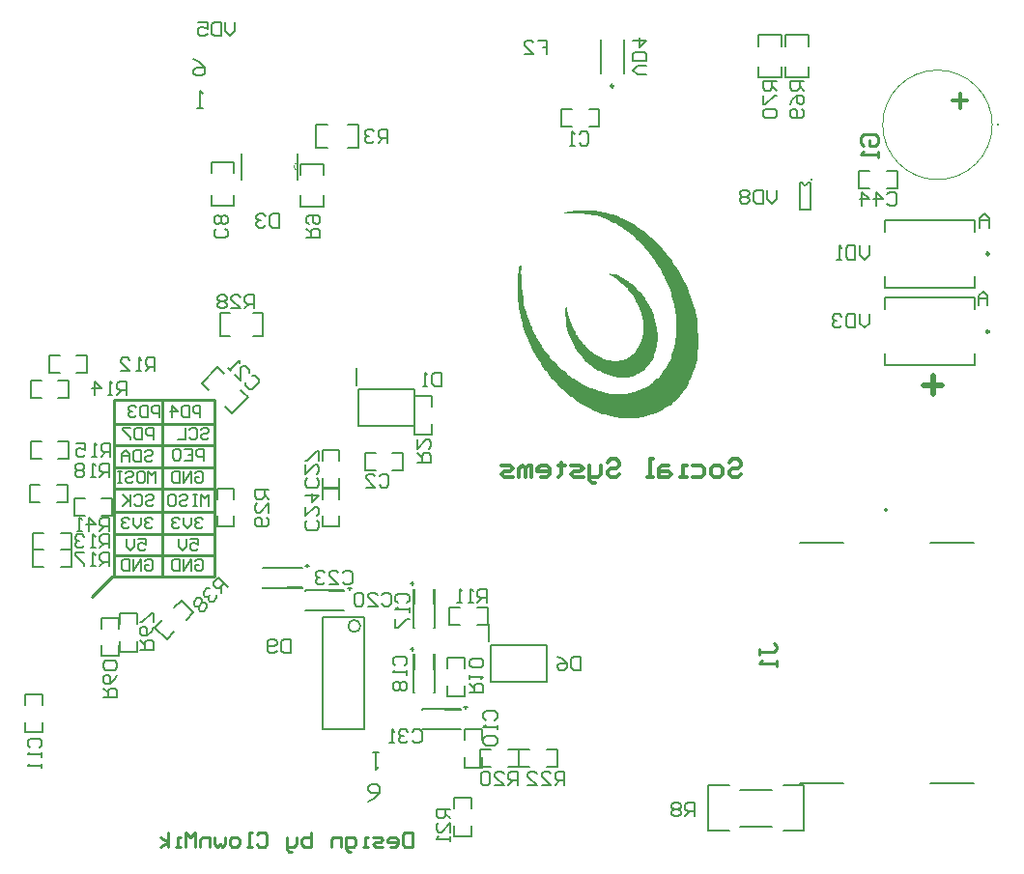
<source format=gbo>
G04 Layer_Color=32896*
%FSLAX42Y42*%
%MOMM*%
G71*
G01*
G75*
%ADD50C,0.30*%
%ADD51C,0.25*%
%ADD52C,0.50*%
%ADD90C,0.25*%
%ADD91C,0.20*%
%ADD93C,0.15*%
%ADD94C,0.15*%
%ADD95C,0.10*%
%ADD96C,0.15*%
%ADD97C,0.13*%
%ADD166C,0.00*%
%ADD167C,0.24*%
%ADD168C,0.20*%
%ADD169C,0.08*%
D50*
X8210Y6880D02*
X8343D01*
X8277Y6947D02*
Y6813D01*
X6253Y3713D02*
X6280Y3740D01*
X6333D01*
X6360Y3713D01*
Y3687D01*
X6333Y3660D01*
X6280D01*
X6253Y3633D01*
Y3607D01*
X6280Y3580D01*
X6333D01*
X6360Y3607D01*
X6173Y3580D02*
X6120D01*
X6093Y3607D01*
Y3660D01*
X6120Y3687D01*
X6173D01*
X6200Y3660D01*
Y3607D01*
X6173Y3580D01*
X5933Y3687D02*
X6013D01*
X6040Y3660D01*
Y3607D01*
X6013Y3580D01*
X5933D01*
X5880D02*
X5827D01*
X5853D01*
Y3687D01*
X5880D01*
X5720D02*
X5667D01*
X5640Y3660D01*
Y3580D01*
X5720D01*
X5747Y3607D01*
X5720Y3633D01*
X5640D01*
X5587Y3580D02*
X5534D01*
X5560D01*
Y3740D01*
X5587D01*
X5187Y3713D02*
X5214Y3740D01*
X5267D01*
X5294Y3713D01*
Y3687D01*
X5267Y3660D01*
X5214D01*
X5187Y3633D01*
Y3607D01*
X5214Y3580D01*
X5267D01*
X5294Y3607D01*
X5134Y3687D02*
Y3607D01*
X5107Y3580D01*
X5027D01*
Y3553D01*
X5054Y3527D01*
X5080D01*
X5027Y3580D02*
Y3687D01*
X4974Y3580D02*
X4894D01*
X4867Y3607D01*
X4894Y3633D01*
X4947D01*
X4974Y3660D01*
X4947Y3687D01*
X4867D01*
X4787Y3713D02*
Y3687D01*
X4814D01*
X4761D01*
X4787D01*
Y3607D01*
X4761Y3580D01*
X4601D02*
X4654D01*
X4681Y3607D01*
Y3660D01*
X4654Y3687D01*
X4601D01*
X4574Y3660D01*
Y3633D01*
X4681D01*
X4521Y3580D02*
Y3687D01*
X4494D01*
X4467Y3660D01*
Y3580D01*
Y3660D01*
X4441Y3687D01*
X4414Y3660D01*
Y3580D01*
X4361D02*
X4281D01*
X4254Y3607D01*
X4281Y3633D01*
X4334D01*
X4361Y3660D01*
X4334Y3687D01*
X4254D01*
D51*
X8532Y5538D02*
G03*
X8532Y5538I-12J0D01*
G01*
Y4858D02*
G03*
X8532Y4858I-12J0D01*
G01*
X3480Y470D02*
Y340D01*
X3415D01*
X3393Y362D01*
Y448D01*
X3415Y470D01*
X3480D01*
X3285Y340D02*
X3328D01*
X3350Y362D01*
Y405D01*
X3328Y427D01*
X3285D01*
X3263Y405D01*
Y383D01*
X3350D01*
X3220Y340D02*
X3155D01*
X3133Y362D01*
X3155Y383D01*
X3198D01*
X3220Y405D01*
X3198Y427D01*
X3133D01*
X3090Y340D02*
X3047D01*
X3068D01*
Y427D01*
X3090D01*
X2939Y297D02*
X2917D01*
X2895Y318D01*
Y427D01*
X2960D01*
X2982Y405D01*
Y362D01*
X2960Y340D01*
X2895D01*
X2852D02*
Y427D01*
X2787D01*
X2765Y405D01*
Y340D01*
X2592Y470D02*
Y340D01*
X2527D01*
X2505Y362D01*
Y383D01*
Y405D01*
X2527Y427D01*
X2592D01*
X2462D02*
Y362D01*
X2440Y340D01*
X2375D01*
Y318D01*
X2397Y297D01*
X2419D01*
X2375Y340D02*
Y427D01*
X2115Y448D02*
X2137Y470D01*
X2180D01*
X2202Y448D01*
Y362D01*
X2180Y340D01*
X2137D01*
X2115Y362D01*
X2072Y340D02*
X2029D01*
X2050D01*
Y470D01*
X2072D01*
X1942Y340D02*
X1899D01*
X1877Y362D01*
Y405D01*
X1899Y427D01*
X1942D01*
X1964Y405D01*
Y362D01*
X1942Y340D01*
X1834Y427D02*
Y362D01*
X1812Y340D01*
X1791Y362D01*
X1769Y340D01*
X1747Y362D01*
Y427D01*
X1704Y340D02*
Y427D01*
X1639D01*
X1617Y405D01*
Y340D01*
X1574D02*
Y470D01*
X1531Y427D01*
X1487Y470D01*
Y340D01*
X1444D02*
X1401D01*
X1422D01*
Y427D01*
X1444D01*
X1336Y340D02*
Y470D01*
Y383D02*
X1271Y427D01*
X1336Y383D02*
X1271Y340D01*
D52*
X7960Y4390D02*
X8120D01*
X8040Y4470D02*
Y4310D01*
D90*
X1000Y4260D02*
X1740D01*
Y2710D02*
Y4260D01*
X860Y2710D02*
X1740D01*
X860D02*
Y4260D01*
X1000D01*
X1290Y2720D02*
Y4240D01*
X860Y2900D02*
X1740D01*
X860Y3080D02*
X1740D01*
X870Y3280D02*
X1740D01*
X860Y3480D02*
X1740D01*
X860Y3670D02*
X1740D01*
X860Y3860D02*
X1740D01*
X860Y4050D02*
X1740D01*
X850Y2710D02*
X860D01*
X670Y2530D02*
X850Y2710D01*
X7433Y6488D02*
X7408Y6514D01*
Y6565D01*
X7433Y6590D01*
X7535D01*
X7560Y6565D01*
Y6514D01*
X7535Y6488D01*
X7484D01*
Y6539D01*
X7560Y6438D02*
Y6387D01*
Y6412D01*
X7408D01*
X7433Y6438D01*
X6518Y2027D02*
Y2078D01*
Y2052D01*
X6645D01*
X6670Y2078D01*
Y2103D01*
X6645Y2128D01*
X6670Y1976D02*
Y1925D01*
Y1951D01*
X6518D01*
X6543Y1976D01*
D91*
X6900Y6160D02*
G03*
X6940Y6160I20J0D01*
G01*
X7644Y3294D02*
G03*
X7644Y3294I-14J0D01*
G01*
X4152Y2145D02*
Y2298D01*
X4165Y2110D02*
X4655D01*
Y1790D02*
Y2110D01*
X4165Y1790D02*
X4655D01*
X4165D02*
Y2110D01*
X6350Y840D02*
X6630D01*
X6350Y520D02*
X6630D01*
X6907Y480D02*
Y880D01*
X6728Y480D02*
X6907D01*
X6728Y880D02*
X6907D01*
X6072Y480D02*
X6253D01*
X6072Y880D02*
X6253D01*
X6072Y480D02*
Y880D01*
X8405Y5733D02*
Y5833D01*
X7615D02*
X8405D01*
X7615Y5733D02*
Y5833D01*
X8405Y5242D02*
Y5342D01*
X7615Y5242D02*
X8405D01*
X7615D02*
Y5342D01*
X8405Y5053D02*
Y5153D01*
X7615D02*
X8405D01*
X7615Y5053D02*
Y5153D01*
X8405Y4562D02*
Y4662D01*
X7615Y4562D02*
X8405D01*
X7615D02*
Y4662D01*
X2540Y2590D02*
X2880D01*
X2540Y2410D02*
X2880D01*
X2540Y2585D02*
Y2590D01*
X2750Y2585D02*
X2880D01*
X2540Y2410D02*
Y2415D01*
X2750D02*
X2880D01*
X2927Y2592D02*
Y2617D01*
X2910Y2605D02*
X2945D01*
X6875Y5930D02*
Y6160D01*
Y5930D02*
X6965D01*
Y6160D01*
X6875D02*
X6900D01*
X6940D02*
X6965D01*
X2540Y2805D02*
X2575D01*
X2558Y2792D02*
Y2817D01*
X2380Y2615D02*
X2510D01*
X2170Y2610D02*
Y2615D01*
X2380Y2785D02*
X2510D01*
X2170D02*
Y2790D01*
Y2610D02*
X2510D01*
X2170Y2790D02*
X2510D01*
X3475Y2630D02*
Y2665D01*
X3463Y2648D02*
X3488D01*
X3665Y2470D02*
Y2600D01*
Y2260D02*
X3670D01*
X3495Y2470D02*
Y2600D01*
X3490Y2260D02*
X3495D01*
X3670D02*
Y2600D01*
X3490Y2260D02*
Y2600D01*
X3475Y2060D02*
Y2095D01*
X3463Y2077D02*
X3488D01*
X3665Y1900D02*
Y2030D01*
Y1690D02*
X3670D01*
X3495Y1900D02*
Y2030D01*
X3490Y1690D02*
X3495D01*
X3670D02*
Y2030D01*
X3490Y1690D02*
Y2030D01*
X3930Y1565D02*
X3965D01*
X3947Y1552D02*
Y1577D01*
X3770Y1375D02*
X3900D01*
X3560Y1370D02*
Y1375D01*
X3770Y1545D02*
X3900D01*
X3560D02*
Y1550D01*
Y1370D02*
X3900D01*
X3560Y1550D02*
X3900D01*
X3005Y4030D02*
Y4350D01*
Y4030D02*
X3495D01*
Y4350D01*
X3005D02*
X3495D01*
X2992Y4385D02*
Y4538D01*
X7640Y6060D02*
X7660Y6080D01*
X7700D01*
X7720Y6060D01*
Y5980D01*
X7700Y5960D01*
X7660D01*
X7640Y5980D01*
X7540Y5960D02*
Y6080D01*
X7600Y6020D01*
X7520D01*
X7420Y5960D02*
Y6080D01*
X7480Y6020D01*
X7400D01*
X1860Y2620D02*
X1775Y2705D01*
X1733Y2662D01*
X1733Y2634D01*
X1761Y2606D01*
X1789D01*
X1832Y2648D01*
X1803Y2620D02*
X1803Y2563D01*
X1704Y2606D02*
X1676Y2606D01*
X1648Y2578D01*
X1648Y2549D01*
X1662Y2535D01*
X1690D01*
X1704Y2549D01*
X1690Y2535D01*
Y2507D01*
X1704Y2493D01*
X1733D01*
X1761Y2521D01*
Y2549D01*
X1620Y2521D02*
X1591Y2521D01*
X1563Y2493D01*
X1563Y2464D01*
X1577Y2450D01*
X1606D01*
Y2422D01*
X1620Y2408D01*
X1648D01*
X1676Y2436D01*
Y2464D01*
X1662Y2479D01*
X1634D01*
Y2507D01*
X1620Y2521D01*
X1634Y2479D02*
X1606Y2450D01*
X770Y1650D02*
X890D01*
Y1710D01*
X870Y1730D01*
X830D01*
X810Y1710D01*
Y1650D01*
Y1690D02*
X770Y1730D01*
X890Y1850D02*
X870Y1810D01*
X830Y1770D01*
X790D01*
X770Y1790D01*
Y1830D01*
X790Y1850D01*
X810D01*
X830Y1830D01*
Y1770D01*
X870Y1890D02*
X890Y1910D01*
Y1950D01*
X870Y1970D01*
X790D01*
X770Y1950D01*
Y1910D01*
X790Y1890D01*
X870D01*
X1090Y2070D02*
X1210D01*
Y2130D01*
X1190Y2150D01*
X1150D01*
X1130Y2130D01*
Y2070D01*
Y2110D02*
X1090Y2150D01*
X1210Y2270D02*
X1190Y2230D01*
X1150Y2190D01*
X1110D01*
X1090Y2210D01*
Y2250D01*
X1110Y2270D01*
X1130D01*
X1150Y2250D01*
Y2190D01*
X1210Y2310D02*
Y2390D01*
X1190D01*
X1110Y2310D01*
X1090D01*
X970Y4300D02*
Y4420D01*
X910D01*
X890Y4400D01*
Y4360D01*
X910Y4340D01*
X970D01*
X930D02*
X890Y4300D01*
X850D02*
X810D01*
X830D01*
Y4420D01*
X850Y4400D01*
X690Y4300D02*
Y4420D01*
X750Y4360D01*
X670D01*
X820Y2800D02*
Y2920D01*
X760D01*
X740Y2900D01*
Y2860D01*
X760Y2840D01*
X820D01*
X780D02*
X740Y2800D01*
X700D02*
X660D01*
X680D01*
Y2920D01*
X700Y2900D01*
X600Y2920D02*
X520D01*
Y2900D01*
X600Y2820D01*
Y2800D01*
X820Y3580D02*
Y3700D01*
X760D01*
X740Y3680D01*
Y3640D01*
X760Y3620D01*
X820D01*
X780D02*
X740Y3580D01*
X700D02*
X660D01*
X680D01*
Y3700D01*
X700Y3680D01*
X600D02*
X580Y3700D01*
X540D01*
X520Y3680D01*
Y3660D01*
X540Y3640D01*
X520Y3620D01*
Y3600D01*
X540Y3580D01*
X580D01*
X600Y3600D01*
Y3620D01*
X580Y3640D01*
X600Y3660D01*
Y3680D01*
X580Y3640D02*
X540D01*
X1220Y4510D02*
Y4630D01*
X1160D01*
X1140Y4610D01*
Y4570D01*
X1160Y4550D01*
X1220D01*
X1180D02*
X1140Y4510D01*
X1100D02*
X1060D01*
X1080D01*
Y4630D01*
X1100Y4610D01*
X920Y4510D02*
X1000D01*
X920Y4590D01*
Y4610D01*
X940Y4630D01*
X980D01*
X1000Y4610D01*
X830Y3760D02*
Y3880D01*
X770D01*
X750Y3860D01*
Y3820D01*
X770Y3800D01*
X830D01*
X790D02*
X750Y3760D01*
X710D02*
X670D01*
X690D01*
Y3880D01*
X710Y3860D01*
X530Y3880D02*
X610D01*
Y3820D01*
X570Y3840D01*
X550D01*
X530Y3820D01*
Y3780D01*
X550Y3760D01*
X590D01*
X610Y3780D01*
X820Y2960D02*
Y3080D01*
X760D01*
X740Y3060D01*
Y3020D01*
X760Y3000D01*
X820D01*
X780D02*
X740Y2960D01*
X700D02*
X660D01*
X680D01*
Y3080D01*
X700Y3060D01*
X600D02*
X580Y3080D01*
X540D01*
X520Y3060D01*
Y3040D01*
X540Y3020D01*
X560D01*
X540D01*
X520Y3000D01*
Y2980D01*
X540Y2960D01*
X580D01*
X600Y2980D01*
X130Y1210D02*
X110Y1230D01*
Y1270D01*
X130Y1290D01*
X210D01*
X230Y1270D01*
Y1230D01*
X210Y1210D01*
X230Y1170D02*
Y1130D01*
Y1150D01*
X110D01*
X130Y1170D01*
X230Y1070D02*
Y1030D01*
Y1050D01*
X110D01*
X130Y1070D01*
X2090Y5060D02*
Y5180D01*
X2030D01*
X2010Y5160D01*
Y5120D01*
X2030Y5100D01*
X2090D01*
X2050D02*
X2010Y5060D01*
X1890D02*
X1970D01*
X1890Y5140D01*
Y5160D01*
X1910Y5180D01*
X1950D01*
X1970Y5160D01*
X1850D02*
X1830Y5180D01*
X1790D01*
X1770Y5160D01*
Y5140D01*
X1790Y5120D01*
X1770Y5100D01*
Y5080D01*
X1790Y5060D01*
X1830D01*
X1850Y5080D01*
Y5100D01*
X1830Y5120D01*
X1850Y5140D01*
Y5160D01*
X1830Y5120D02*
X1790D01*
X5950Y610D02*
Y730D01*
X5890D01*
X5870Y710D01*
Y670D01*
X5890Y650D01*
X5950D01*
X5910D02*
X5870Y610D01*
X5830Y710D02*
X5810Y730D01*
X5770D01*
X5750Y710D01*
Y690D01*
X5770Y670D01*
X5750Y650D01*
Y630D01*
X5770Y610D01*
X5810D01*
X5830Y630D01*
Y650D01*
X5810Y670D01*
X5830Y690D01*
Y710D01*
X5810Y670D02*
X5770D01*
X7480Y5610D02*
Y5530D01*
X7440Y5490D01*
X7400Y5530D01*
Y5610D01*
X7360D02*
Y5490D01*
X7300D01*
X7280Y5510D01*
Y5590D01*
X7300Y5610D01*
X7360D01*
X7240Y5490D02*
X7200D01*
X7220D01*
Y5610D01*
X7240Y5590D01*
X7480Y5010D02*
Y4930D01*
X7440Y4890D01*
X7400Y4930D01*
Y5010D01*
X7360D02*
Y4890D01*
X7300D01*
X7280Y4910D01*
Y4990D01*
X7300Y5010D01*
X7360D01*
X7240Y4990D02*
X7220Y5010D01*
X7180D01*
X7160Y4990D01*
Y4970D01*
X7180Y4950D01*
X7200D01*
X7180D01*
X7160Y4930D01*
Y4910D01*
X7180Y4890D01*
X7220D01*
X7240Y4910D01*
X1920Y7570D02*
Y7490D01*
X1880Y7450D01*
X1840Y7490D01*
Y7570D01*
X1800D02*
Y7450D01*
X1740D01*
X1720Y7470D01*
Y7550D01*
X1740Y7570D01*
X1800D01*
X1600D02*
X1680D01*
Y7510D01*
X1640Y7530D01*
X1620D01*
X1600Y7510D01*
Y7470D01*
X1620Y7450D01*
X1660D01*
X1680Y7470D01*
X6910Y7050D02*
X6790D01*
Y6990D01*
X6810Y6970D01*
X6850D01*
X6870Y6990D01*
Y7050D01*
Y7010D02*
X6910Y6970D01*
X6790Y6850D02*
X6810Y6890D01*
X6850Y6930D01*
X6890D01*
X6910Y6910D01*
Y6870D01*
X6890Y6850D01*
X6870D01*
X6850Y6870D01*
Y6930D01*
X6890Y6810D02*
X6910Y6790D01*
Y6750D01*
X6890Y6730D01*
X6810D01*
X6790Y6750D01*
Y6790D01*
X6810Y6810D01*
X6830D01*
X6850Y6790D01*
Y6730D01*
X6670Y7050D02*
X6550D01*
Y6990D01*
X6570Y6970D01*
X6610D01*
X6630Y6990D01*
Y7050D01*
Y7010D02*
X6670Y6970D01*
X6550Y6930D02*
Y6850D01*
X6570D01*
X6650Y6930D01*
X6670D01*
X6570Y6810D02*
X6550Y6790D01*
Y6750D01*
X6570Y6730D01*
X6650D01*
X6670Y6750D01*
Y6790D01*
X6650Y6810D01*
X6570D01*
X2410Y2160D02*
Y2040D01*
X2350D01*
X2330Y2060D01*
Y2140D01*
X2350Y2160D01*
X2410D01*
X2290Y2060D02*
X2270Y2040D01*
X2230D01*
X2210Y2060D01*
Y2140D01*
X2230Y2160D01*
X2270D01*
X2290Y2140D01*
Y2120D01*
X2270Y2100D01*
X2210D01*
X4940Y6590D02*
X4960Y6610D01*
X5000D01*
X5020Y6590D01*
Y6510D01*
X5000Y6490D01*
X4960D01*
X4940Y6510D01*
X4900Y6490D02*
X4860D01*
X4880D01*
Y6610D01*
X4900Y6590D01*
X2074Y4467D02*
X2102Y4467D01*
X2131Y4439D01*
X2131Y4411D01*
X2074Y4354D01*
X2046D01*
X2018Y4382D01*
Y4411D01*
X1919Y4481D02*
X1975Y4425D01*
Y4538D01*
X1989Y4552D01*
X2018Y4552D01*
X2046Y4524D01*
X2046Y4496D01*
X1890Y4510D02*
X1862Y4538D01*
X1876Y4524D01*
X1961Y4609D01*
X1961Y4580D01*
X2640Y3200D02*
X2660Y3180D01*
Y3140D01*
X2640Y3120D01*
X2560D01*
X2540Y3140D01*
Y3180D01*
X2560Y3200D01*
X2540Y3320D02*
Y3240D01*
X2620Y3320D01*
X2640D01*
X2660Y3300D01*
Y3260D01*
X2640Y3240D01*
X2540Y3420D02*
X2660D01*
X2600Y3360D01*
Y3440D01*
X2640Y3570D02*
X2660Y3550D01*
Y3510D01*
X2640Y3490D01*
X2560D01*
X2540Y3510D01*
Y3550D01*
X2560Y3570D01*
X2540Y3690D02*
Y3610D01*
X2620Y3690D01*
X2640D01*
X2660Y3670D01*
Y3630D01*
X2640Y3610D01*
X2660Y3730D02*
Y3810D01*
X2640D01*
X2560Y3730D01*
X2540D01*
X3210Y2550D02*
X3230Y2570D01*
X3270D01*
X3290Y2550D01*
Y2470D01*
X3270Y2450D01*
X3230D01*
X3210Y2470D01*
X3090Y2450D02*
X3170D01*
X3090Y2530D01*
Y2550D01*
X3110Y2570D01*
X3150D01*
X3170Y2550D01*
X3050D02*
X3030Y2570D01*
X2990D01*
X2970Y2550D01*
Y2470D01*
X2990Y2450D01*
X3030D01*
X3050Y2470D01*
Y2550D01*
X2870Y2740D02*
X2890Y2760D01*
X2930D01*
X2950Y2740D01*
Y2660D01*
X2930Y2640D01*
X2890D01*
X2870Y2660D01*
X2750Y2640D02*
X2830D01*
X2750Y2720D01*
Y2740D01*
X2770Y2760D01*
X2810D01*
X2830Y2740D01*
X2710D02*
X2690Y2760D01*
X2650D01*
X2630Y2740D01*
Y2720D01*
X2650Y2700D01*
X2670D01*
X2650D01*
X2630Y2680D01*
Y2660D01*
X2650Y2640D01*
X2690D01*
X2710Y2660D01*
X1840Y5760D02*
X1860Y5740D01*
Y5700D01*
X1840Y5680D01*
X1760D01*
X1740Y5700D01*
Y5740D01*
X1760Y5760D01*
X1840Y5800D02*
X1860Y5820D01*
Y5860D01*
X1840Y5880D01*
X1820D01*
X1800Y5860D01*
X1780Y5880D01*
X1760D01*
X1740Y5860D01*
Y5820D01*
X1760Y5800D01*
X1780D01*
X1800Y5820D01*
X1820Y5800D01*
X1840D01*
X1800Y5820D02*
Y5860D01*
X2310Y5890D02*
Y5770D01*
X2250D01*
X2230Y5790D01*
Y5870D01*
X2250Y5890D01*
X2310D01*
X2190Y5870D02*
X2170Y5890D01*
X2130D01*
X2110Y5870D01*
Y5850D01*
X2130Y5830D01*
X2150D01*
X2130D01*
X2110Y5810D01*
Y5790D01*
X2130Y5770D01*
X2170D01*
X2190Y5790D01*
X2220Y3470D02*
X2100D01*
Y3410D01*
X2120Y3390D01*
X2160D01*
X2180Y3410D01*
Y3470D01*
Y3430D02*
X2220Y3390D01*
Y3270D02*
Y3350D01*
X2140Y3270D01*
X2120D01*
X2100Y3290D01*
Y3330D01*
X2120Y3350D01*
X2200Y3230D02*
X2220Y3210D01*
Y3170D01*
X2200Y3150D01*
X2120D01*
X2100Y3170D01*
Y3210D01*
X2120Y3230D01*
X2140D01*
X2160Y3210D01*
Y3150D01*
X3260Y6510D02*
Y6630D01*
X3200D01*
X3180Y6610D01*
Y6570D01*
X3200Y6550D01*
X3260D01*
X3220D02*
X3180Y6510D01*
X3140Y6610D02*
X3120Y6630D01*
X3080D01*
X3060Y6610D01*
Y6590D01*
X3080Y6570D01*
X3100D01*
X3080D01*
X3060Y6550D01*
Y6530D01*
X3080Y6510D01*
X3120D01*
X3140Y6530D01*
X2550Y5680D02*
X2670D01*
Y5740D01*
X2650Y5760D01*
X2610D01*
X2590Y5740D01*
Y5680D01*
Y5720D02*
X2550Y5760D01*
X2570Y5800D02*
X2550Y5820D01*
Y5860D01*
X2570Y5880D01*
X2650D01*
X2670Y5860D01*
Y5820D01*
X2650Y5800D01*
X2630D01*
X2610Y5820D01*
Y5880D01*
X820Y3110D02*
Y3230D01*
X760D01*
X740Y3210D01*
Y3170D01*
X760Y3150D01*
X820D01*
X780D02*
X740Y3110D01*
X640D02*
Y3230D01*
X700Y3170D01*
X620D01*
X580Y3110D02*
X540D01*
X560D01*
Y3230D01*
X580Y3210D01*
X3480Y1350D02*
X3500Y1370D01*
X3540D01*
X3560Y1350D01*
Y1270D01*
X3540Y1250D01*
X3500D01*
X3480Y1270D01*
X3440Y1350D02*
X3420Y1370D01*
X3380D01*
X3360Y1350D01*
Y1330D01*
X3380Y1310D01*
X3400D01*
X3380D01*
X3360Y1290D01*
Y1270D01*
X3380Y1250D01*
X3420D01*
X3440Y1270D01*
X3320Y1250D02*
X3280D01*
X3300D01*
Y1370D01*
X3320Y1350D01*
X3330Y1930D02*
X3310Y1950D01*
Y1990D01*
X3330Y2010D01*
X3410D01*
X3430Y1990D01*
Y1950D01*
X3410Y1930D01*
X3430Y1890D02*
Y1850D01*
Y1870D01*
X3310D01*
X3330Y1890D01*
Y1790D02*
X3310Y1770D01*
Y1730D01*
X3330Y1710D01*
X3350D01*
X3370Y1730D01*
X3390Y1710D01*
X3410D01*
X3430Y1730D01*
Y1770D01*
X3410Y1790D01*
X3390D01*
X3370Y1770D01*
X3350Y1790D01*
X3330D01*
X3370Y1770D02*
Y1730D01*
X3350Y2480D02*
X3330Y2500D01*
Y2540D01*
X3350Y2560D01*
X3430D01*
X3450Y2540D01*
Y2500D01*
X3430Y2480D01*
X3450Y2440D02*
Y2400D01*
Y2420D01*
X3330D01*
X3350Y2440D01*
X3330Y2340D02*
Y2260D01*
X3350D01*
X3430Y2340D01*
X3450D01*
X6670Y6100D02*
Y6020D01*
X6630Y5980D01*
X6590Y6020D01*
Y6100D01*
X6550D02*
Y5980D01*
X6490D01*
X6470Y6000D01*
Y6080D01*
X6490Y6100D01*
X6550D01*
X6430Y6080D02*
X6410Y6100D01*
X6370D01*
X6350Y6080D01*
Y6060D01*
X6370Y6040D01*
X6350Y6020D01*
Y6000D01*
X6370Y5980D01*
X6410D01*
X6430Y6000D01*
Y6020D01*
X6410Y6040D01*
X6430Y6060D01*
Y6080D01*
X6410Y6040D02*
X6370D01*
X4120Y1450D02*
X4100Y1470D01*
Y1510D01*
X4120Y1530D01*
X4200D01*
X4220Y1510D01*
Y1470D01*
X4200Y1450D01*
X4220Y1410D02*
Y1370D01*
Y1390D01*
X4100D01*
X4120Y1410D01*
Y1310D02*
X4100Y1290D01*
Y1250D01*
X4120Y1230D01*
X4200D01*
X4220Y1250D01*
Y1290D01*
X4200Y1310D01*
X4120D01*
X4950Y2010D02*
Y1890D01*
X4890D01*
X4870Y1910D01*
Y1990D01*
X4890Y2010D01*
X4950D01*
X4750D02*
X4790Y1990D01*
X4830Y1950D01*
Y1910D01*
X4810Y1890D01*
X4770D01*
X4750Y1910D01*
Y1930D01*
X4770Y1950D01*
X4830D01*
X3980Y1690D02*
X4100D01*
Y1750D01*
X4080Y1770D01*
X4040D01*
X4020Y1750D01*
Y1690D01*
Y1730D02*
X3980Y1770D01*
Y1810D02*
Y1850D01*
Y1830D01*
X4100D01*
X4080Y1810D01*
Y1910D02*
X4100Y1930D01*
Y1970D01*
X4080Y1990D01*
X4000D01*
X3980Y1970D01*
Y1930D01*
X4000Y1910D01*
X4080D01*
X4130Y2480D02*
Y2600D01*
X4070D01*
X4050Y2580D01*
Y2540D01*
X4070Y2520D01*
X4130D01*
X4090D02*
X4050Y2480D01*
X4010D02*
X3970D01*
X3990D01*
Y2600D01*
X4010Y2580D01*
X3910Y2480D02*
X3870D01*
X3890D01*
Y2600D01*
X3910Y2580D01*
X4400Y880D02*
Y1000D01*
X4340D01*
X4320Y980D01*
Y940D01*
X4340Y920D01*
X4400D01*
X4360D02*
X4320Y880D01*
X4200D02*
X4280D01*
X4200Y960D01*
Y980D01*
X4220Y1000D01*
X4260D01*
X4280Y980D01*
X4160D02*
X4140Y1000D01*
X4100D01*
X4080Y980D01*
Y900D01*
X4100Y880D01*
X4140D01*
X4160Y900D01*
Y980D01*
X3810Y670D02*
X3690D01*
Y610D01*
X3710Y590D01*
X3750D01*
X3770Y610D01*
Y670D01*
Y630D02*
X3810Y590D01*
Y470D02*
Y550D01*
X3730Y470D01*
X3710D01*
X3690Y490D01*
Y530D01*
X3710Y550D01*
X3810Y430D02*
Y390D01*
Y410D01*
X3690D01*
X3710Y430D01*
X4810Y880D02*
Y1000D01*
X4750D01*
X4730Y980D01*
Y940D01*
X4750Y920D01*
X4810D01*
X4770D02*
X4730Y880D01*
X4610D02*
X4690D01*
X4610Y960D01*
Y980D01*
X4630Y1000D01*
X4670D01*
X4690Y980D01*
X4490Y880D02*
X4570D01*
X4490Y960D01*
Y980D01*
X4510Y1000D01*
X4550D01*
X4570Y980D01*
X4580Y7410D02*
X4660D01*
Y7350D01*
X4620D01*
X4660D01*
Y7290D01*
X4460D02*
X4540D01*
X4460Y7370D01*
Y7390D01*
X4480Y7410D01*
X4520D01*
X4540Y7390D01*
X5530Y7110D02*
X5450D01*
X5410Y7150D01*
X5450Y7190D01*
X5530D01*
Y7230D02*
X5410D01*
Y7290D01*
X5430Y7310D01*
X5510D01*
X5530Y7290D01*
Y7230D01*
X5410Y7410D02*
X5530D01*
X5470Y7350D01*
Y7430D01*
X3730Y4500D02*
Y4380D01*
X3670D01*
X3650Y4400D01*
Y4480D01*
X3670Y4500D01*
X3730D01*
X3610Y4380D02*
X3570D01*
X3590D01*
Y4500D01*
X3610Y4480D01*
X3190Y3590D02*
X3210Y3610D01*
X3250D01*
X3270Y3590D01*
Y3510D01*
X3250Y3490D01*
X3210D01*
X3190Y3510D01*
X3070Y3490D02*
X3150D01*
X3070Y3570D01*
Y3590D01*
X3090Y3610D01*
X3130D01*
X3150Y3590D01*
X3520Y3710D02*
X3640D01*
Y3770D01*
X3620Y3790D01*
X3580D01*
X3560Y3770D01*
Y3710D01*
Y3750D02*
X3520Y3790D01*
Y3910D02*
Y3830D01*
X3600Y3910D01*
X3620D01*
X3640Y3890D01*
Y3850D01*
X3620Y3830D01*
X8440Y5090D02*
Y5170D01*
X8480Y5210D01*
X8520Y5170D01*
Y5090D01*
Y5150D01*
X8440D01*
X8450Y5770D02*
Y5850D01*
X8490Y5890D01*
X8530Y5850D01*
Y5770D01*
Y5830D01*
X8450D01*
X1143Y3413D02*
X1160Y3430D01*
X1193D01*
X1210Y3413D01*
Y3397D01*
X1193Y3380D01*
X1160D01*
X1143Y3363D01*
Y3347D01*
X1160Y3330D01*
X1193D01*
X1210Y3347D01*
X1043Y3413D02*
X1060Y3430D01*
X1093D01*
X1110Y3413D01*
Y3347D01*
X1093Y3330D01*
X1060D01*
X1043Y3347D01*
X1010Y3430D02*
Y3330D01*
Y3363D01*
X943Y3430D01*
X993Y3380D01*
X943Y3330D01*
X1690D02*
Y3430D01*
X1657Y3397D01*
X1623Y3430D01*
Y3330D01*
X1590Y3430D02*
X1557D01*
X1573D01*
Y3330D01*
X1590D01*
X1557D01*
X1440Y3413D02*
X1457Y3430D01*
X1490D01*
X1507Y3413D01*
Y3397D01*
X1490Y3380D01*
X1457D01*
X1440Y3363D01*
Y3347D01*
X1457Y3330D01*
X1490D01*
X1507Y3347D01*
X1357Y3430D02*
X1390D01*
X1407Y3413D01*
Y3347D01*
X1390Y3330D01*
X1357D01*
X1340Y3347D01*
Y3413D01*
X1357Y3430D01*
X1230Y3530D02*
Y3630D01*
X1197Y3597D01*
X1163Y3630D01*
Y3530D01*
X1080Y3630D02*
X1113D01*
X1130Y3613D01*
Y3547D01*
X1113Y3530D01*
X1080D01*
X1063Y3547D01*
Y3613D01*
X1080Y3630D01*
X963Y3613D02*
X980Y3630D01*
X1013D01*
X1030Y3613D01*
Y3597D01*
X1013Y3580D01*
X980D01*
X963Y3563D01*
Y3547D01*
X980Y3530D01*
X1013D01*
X1030Y3547D01*
X930Y3630D02*
X897D01*
X913D01*
Y3530D01*
X930D01*
X897D01*
X1260Y4110D02*
Y4210D01*
X1210D01*
X1193Y4193D01*
Y4160D01*
X1210Y4143D01*
X1260D01*
X1160Y4210D02*
Y4110D01*
X1110D01*
X1093Y4127D01*
Y4193D01*
X1110Y4210D01*
X1160D01*
X1060Y4193D02*
X1043Y4210D01*
X1010D01*
X993Y4193D01*
Y4177D01*
X1010Y4160D01*
X1027D01*
X1010D01*
X993Y4143D01*
Y4127D01*
X1010Y4110D01*
X1043D01*
X1060Y4127D01*
X1620Y4110D02*
Y4210D01*
X1570D01*
X1553Y4193D01*
Y4160D01*
X1570Y4143D01*
X1620D01*
X1520Y4210D02*
Y4110D01*
X1470D01*
X1453Y4127D01*
Y4193D01*
X1470Y4210D01*
X1520D01*
X1370Y4110D02*
Y4210D01*
X1420Y4160D01*
X1353D01*
X1133Y3803D02*
X1150Y3820D01*
X1183D01*
X1200Y3803D01*
Y3787D01*
X1183Y3770D01*
X1150D01*
X1133Y3753D01*
Y3737D01*
X1150Y3720D01*
X1183D01*
X1200Y3737D01*
X1100Y3820D02*
Y3720D01*
X1050D01*
X1033Y3737D01*
Y3803D01*
X1050Y3820D01*
X1100D01*
X1000Y3720D02*
Y3787D01*
X967Y3820D01*
X933Y3787D01*
Y3720D01*
Y3770D01*
X1000D01*
X1623Y3993D02*
X1640Y4010D01*
X1673D01*
X1690Y3993D01*
Y3977D01*
X1673Y3960D01*
X1640D01*
X1623Y3943D01*
Y3927D01*
X1640Y3910D01*
X1673D01*
X1690Y3927D01*
X1523Y3993D02*
X1540Y4010D01*
X1573D01*
X1590Y3993D01*
Y3927D01*
X1573Y3910D01*
X1540D01*
X1523Y3927D01*
X1490Y4010D02*
Y3910D01*
X1423D01*
X1210D02*
Y4010D01*
X1160D01*
X1143Y3993D01*
Y3960D01*
X1160Y3943D01*
X1210D01*
X1110Y4010D02*
Y3910D01*
X1060D01*
X1043Y3927D01*
Y3993D01*
X1060Y4010D01*
X1110D01*
X1010D02*
X943D01*
Y3993D01*
X1010Y3927D01*
Y3910D01*
X1200Y3213D02*
X1183Y3230D01*
X1150D01*
X1133Y3213D01*
Y3197D01*
X1150Y3180D01*
X1167D01*
X1150D01*
X1133Y3163D01*
Y3147D01*
X1150Y3130D01*
X1183D01*
X1200Y3147D01*
X1100Y3230D02*
Y3163D01*
X1067Y3130D01*
X1033Y3163D01*
Y3230D01*
X1000Y3213D02*
X983Y3230D01*
X950D01*
X933Y3213D01*
Y3197D01*
X950Y3180D01*
X967D01*
X950D01*
X933Y3163D01*
Y3147D01*
X950Y3130D01*
X983D01*
X1000Y3147D01*
X1573Y3613D02*
X1590Y3630D01*
X1623D01*
X1640Y3613D01*
Y3547D01*
X1623Y3530D01*
X1590D01*
X1573Y3547D01*
Y3580D01*
X1607D01*
X1540Y3530D02*
Y3630D01*
X1473Y3530D01*
Y3630D01*
X1440D02*
Y3530D01*
X1390D01*
X1373Y3547D01*
Y3613D01*
X1390Y3630D01*
X1440D01*
X1650Y3730D02*
Y3830D01*
X1600D01*
X1583Y3813D01*
Y3780D01*
X1600Y3763D01*
X1650D01*
X1483Y3830D02*
X1550D01*
Y3730D01*
X1483D01*
X1550Y3780D02*
X1517D01*
X1450Y3813D02*
X1433Y3830D01*
X1400D01*
X1383Y3813D01*
Y3747D01*
X1400Y3730D01*
X1433D01*
X1450Y3747D01*
Y3813D01*
X1640Y3213D02*
X1623Y3230D01*
X1590D01*
X1573Y3213D01*
Y3197D01*
X1590Y3180D01*
X1607D01*
X1590D01*
X1573Y3163D01*
Y3147D01*
X1590Y3130D01*
X1623D01*
X1640Y3147D01*
X1540Y3230D02*
Y3163D01*
X1507Y3130D01*
X1473Y3163D01*
Y3230D01*
X1440Y3213D02*
X1423Y3230D01*
X1390D01*
X1373Y3213D01*
Y3197D01*
X1390Y3180D01*
X1407D01*
X1390D01*
X1373Y3163D01*
Y3147D01*
X1390Y3130D01*
X1423D01*
X1440Y3147D01*
X1073Y3040D02*
X1140D01*
Y2990D01*
X1107Y3007D01*
X1090D01*
X1073Y2990D01*
Y2957D01*
X1090Y2940D01*
X1123D01*
X1140Y2957D01*
X1040Y3040D02*
Y2973D01*
X1007Y2940D01*
X973Y2973D01*
Y3040D01*
X1533D02*
X1600D01*
Y2990D01*
X1567Y3007D01*
X1550D01*
X1533Y2990D01*
Y2957D01*
X1550Y2940D01*
X1583D01*
X1600Y2957D01*
X1500Y3040D02*
Y2973D01*
X1467Y2940D01*
X1433Y2973D01*
Y3040D01*
X1133Y2843D02*
X1150Y2860D01*
X1183D01*
X1200Y2843D01*
Y2777D01*
X1183Y2760D01*
X1150D01*
X1133Y2777D01*
Y2810D01*
X1167D01*
X1100Y2760D02*
Y2860D01*
X1033Y2760D01*
Y2860D01*
X1000D02*
Y2760D01*
X950D01*
X933Y2777D01*
Y2843D01*
X950Y2860D01*
X1000D01*
X1573Y2843D02*
X1590Y2860D01*
X1623D01*
X1640Y2843D01*
Y2777D01*
X1623Y2760D01*
X1590D01*
X1573Y2777D01*
Y2810D01*
X1607D01*
X1540Y2760D02*
Y2860D01*
X1473Y2760D01*
Y2860D01*
X1440D02*
Y2760D01*
X1390D01*
X1373Y2777D01*
Y2843D01*
X1390Y2860D01*
X1440D01*
D93*
X1765Y3148D02*
Y3240D01*
Y3148D02*
X1915D01*
Y3240D01*
X1765Y3390D02*
Y3483D01*
X1915D01*
Y3390D02*
Y3483D01*
X915Y2052D02*
Y2145D01*
Y2052D02*
X1065D01*
Y2145D01*
X915Y2295D02*
Y2388D01*
X1065D01*
Y2295D02*
Y2388D01*
X123Y3515D02*
X215D01*
X123Y3365D02*
Y3515D01*
Y3365D02*
X215D01*
X365Y3515D02*
X457D01*
Y3365D02*
Y3515D01*
X365Y3365D02*
X457D01*
X152Y2945D02*
X245D01*
X152Y2795D02*
Y2945D01*
Y2795D02*
X245D01*
X395Y2945D02*
X488D01*
Y2795D02*
Y2945D01*
X395Y2795D02*
X488D01*
X133Y3895D02*
X225D01*
X133Y3745D02*
Y3895D01*
Y3745D02*
X225D01*
X375Y3895D02*
X468D01*
Y3745D02*
Y3895D01*
X375Y3745D02*
X468D01*
X133Y4425D02*
X225D01*
X133Y4275D02*
Y4425D01*
Y4275D02*
X225D01*
X375Y4425D02*
X468D01*
Y4275D02*
Y4425D01*
X375Y4275D02*
X468D01*
X152Y3095D02*
X245D01*
X152Y2945D02*
Y3095D01*
Y2945D02*
X245D01*
X395Y3095D02*
X488D01*
Y2945D02*
Y3095D01*
X395Y2945D02*
X488D01*
X292Y4645D02*
X385D01*
X292Y4495D02*
Y4645D01*
Y4495D02*
X385D01*
X535Y4645D02*
X628D01*
Y4495D02*
Y4645D01*
X535Y4495D02*
X628D01*
X3803Y2435D02*
X3895D01*
X3803Y2285D02*
Y2435D01*
Y2285D02*
X3895D01*
X4045Y2435D02*
X4138D01*
Y2285D02*
Y2435D01*
X4045Y2285D02*
X4138D01*
X4085Y1275D02*
Y1368D01*
X3935D02*
X4085D01*
X3935Y1275D02*
Y1368D01*
X4085Y1032D02*
Y1125D01*
X3935Y1032D02*
X4085D01*
X3935D02*
Y1125D01*
Y1905D02*
Y1998D01*
X3785D02*
X3935D01*
X3785Y1905D02*
Y1998D01*
X3935Y1662D02*
Y1755D01*
X3785Y1662D02*
X3935D01*
X3785D02*
Y1755D01*
X4315Y1045D02*
X4408D01*
Y1195D01*
X4315D02*
X4408D01*
X4072Y1045D02*
X4165D01*
X4072D02*
Y1195D01*
X4165D01*
X4655Y1045D02*
X4747D01*
Y1195D01*
X4655D02*
X4747D01*
X4412Y1045D02*
X4505D01*
X4412D02*
Y1195D01*
X4505D01*
X3845Y432D02*
Y525D01*
Y432D02*
X3995D01*
Y525D01*
X3845Y675D02*
Y768D01*
X3995D01*
Y675D02*
Y768D01*
X235Y1585D02*
Y1677D01*
X85D02*
X235D01*
X85Y1585D02*
Y1677D01*
X235Y1343D02*
Y1435D01*
X85Y1343D02*
X235D01*
X85D02*
Y1435D01*
X5025Y6655D02*
X5117D01*
Y6805D01*
X5025D02*
X5117D01*
X4783Y6655D02*
X4875D01*
X4783D02*
Y6805D01*
X4875D01*
X6750Y7358D02*
Y7458D01*
X6950Y7358D02*
Y7458D01*
X6750D02*
X6950D01*
X6750Y7083D02*
X6950D01*
X6750D02*
Y7183D01*
X6950Y7083D02*
Y7183D01*
X6510Y7358D02*
Y7458D01*
X6710Y7358D02*
Y7458D01*
X6510D02*
X6710D01*
X6510Y7083D02*
X6710D01*
X6510D02*
Y7183D01*
X6710Y7083D02*
Y7183D01*
X2633Y6470D02*
X2733D01*
X2633Y6670D02*
X2733D01*
X2633Y6470D02*
Y6670D01*
X3008Y6470D02*
Y6670D01*
X2908Y6470D02*
X3008D01*
X2908Y6670D02*
X3008D01*
X2500Y6228D02*
Y6328D01*
X2700Y6228D02*
Y6328D01*
X2500D02*
X2700D01*
X2500Y5953D02*
X2700D01*
X2500D02*
Y6053D01*
X2700Y5953D02*
Y6053D01*
X755Y3245D02*
X848D01*
Y3395D01*
X755D02*
X848D01*
X512Y3245D02*
X605D01*
X512D02*
Y3395D01*
X605D01*
X7393Y6265D02*
X7485D01*
X7393Y6115D02*
Y6265D01*
Y6115D02*
X7485D01*
X7635Y6265D02*
X7728D01*
Y6115D02*
Y6265D01*
X7635Y6115D02*
X7728D01*
X1496Y2330D02*
X1561Y2395D01*
X1455Y2501D02*
X1561Y2395D01*
X1390Y2436D02*
X1455Y2501D01*
X1325Y2159D02*
X1390Y2224D01*
X1219Y2265D02*
X1325Y2159D01*
X1219Y2265D02*
X1284Y2330D01*
X755Y2012D02*
Y2105D01*
Y2012D02*
X905D01*
Y2105D01*
X755Y2255D02*
Y2348D01*
X905D01*
Y2255D02*
Y2348D01*
X3062Y3795D02*
X3155D01*
X3062Y3645D02*
Y3795D01*
Y3645D02*
X3155D01*
X3305Y3795D02*
X3397D01*
Y3645D02*
Y3795D01*
X3305Y3645D02*
X3397D01*
X3645Y4200D02*
Y4292D01*
X3495D02*
X3645D01*
X3495Y4200D02*
Y4292D01*
X3645Y3958D02*
Y4050D01*
X3495Y3958D02*
X3645D01*
X3495D02*
Y4050D01*
X1640Y6820D02*
X1590D01*
X1615D01*
Y6970D01*
X1640Y6945D01*
X1560Y7250D02*
X1610Y7225D01*
X1660Y7175D01*
Y7125D01*
X1635Y7100D01*
X1585D01*
X1560Y7125D01*
Y7150D01*
X1585Y7175D01*
X1660D01*
X3180Y1170D02*
X3130D01*
X3155D01*
Y1020D01*
X3180Y1045D01*
X3090Y740D02*
X3140Y765D01*
X3190Y815D01*
Y865D01*
X3165Y890D01*
X3115D01*
X3090Y865D01*
Y840D01*
X3115Y815D01*
X3190D01*
D94*
X2833Y3150D02*
Y3240D01*
Y3390D02*
Y3480D01*
X2688Y3390D02*
Y3480D01*
X2833D01*
X2688Y3150D02*
Y3240D01*
Y3150D02*
X2833D01*
X1715Y6338D02*
X1915D01*
X1915Y5962D02*
Y6012D01*
X1852Y5962D02*
X1915D01*
Y6012D02*
Y6050D01*
X1715Y5962D02*
X1852D01*
X1715D02*
Y6050D01*
X1915Y6338D02*
X1915Y6253D01*
X1715D02*
Y6290D01*
Y6338D01*
X1792Y4817D02*
X1840D01*
X1877D01*
X1792Y5017D02*
X1877Y5017D01*
X2080Y4817D02*
X2167D01*
Y4955D01*
X2080Y5017D02*
X2117D01*
X2167Y4955D02*
Y5017D01*
X2117D02*
X2167D01*
X1792Y4817D02*
Y5017D01*
X1630Y4405D02*
X1772Y4547D01*
X2001Y4317D02*
X2037Y4282D01*
X1993Y4237D02*
X2037Y4282D01*
X1975Y4344D02*
X2001Y4317D01*
X1895Y4140D02*
X1993Y4237D01*
X1834Y4202D02*
X1895Y4140D01*
X1772Y4547D02*
X1832Y4487D01*
X1664Y4372D02*
X1690Y4345D01*
X1630Y4405D02*
X1664Y4372D01*
X2690Y3815D02*
X2835D01*
Y3725D02*
Y3815D01*
X2690Y3485D02*
X2835D01*
Y3575D01*
X2690Y3485D02*
Y3575D01*
Y3725D02*
Y3815D01*
D95*
X8620Y6670D02*
G03*
X8620Y6670I-10J0D01*
G01*
X8560D02*
G03*
X8560Y6670I-480J0D01*
G01*
D96*
X3022Y2276D02*
G03*
X3022Y2276I-53J0D01*
G01*
X1983Y6187D02*
Y6421D01*
X2470Y6334D02*
Y6421D01*
Y6273D02*
Y6334D01*
Y6187D02*
Y6273D01*
X2694Y2355D02*
X3052D01*
X2694Y1374D02*
Y2355D01*
Y1374D02*
X3052D01*
Y2355D01*
D97*
X8021Y3002D02*
X8402D01*
X8021Y894D02*
X8402D01*
X6878D02*
X7259D01*
X6878Y3002D02*
X7259D01*
X5130Y7120D02*
Y7420D01*
X5330Y7120D02*
Y7420D01*
D166*
X2470Y6334D02*
G03*
X2470Y6273I0J-30D01*
G01*
D167*
X5242Y7010D02*
G03*
X5242Y7010I-12J0D01*
G01*
D168*
X6975Y6192D02*
D03*
D169*
X5286Y4106D02*
X5462D01*
X5241Y4114D02*
X5500D01*
X5210Y4121D02*
X5530D01*
X5180Y4129D02*
X5553D01*
X5149Y4137D02*
X5576D01*
X5134Y4144D02*
X5591D01*
X5111Y4152D02*
X5614D01*
X5096Y4160D02*
X5629D01*
X5073Y4167D02*
X5644D01*
X5058Y4175D02*
X5660D01*
X5043Y4182D02*
X5675D01*
X5027Y4190D02*
X5683D01*
X5012Y4198D02*
X5698D01*
X4997Y4205D02*
X5713D01*
X4982Y4213D02*
X5721D01*
X4974Y4221D02*
X5736D01*
X4959Y4228D02*
X5744D01*
X4943Y4236D02*
X5751D01*
X4936Y4243D02*
X5759D01*
X4921Y4251D02*
X5774D01*
X4913Y4259D02*
X5782D01*
X4905Y4266D02*
X5789D01*
X4890Y4274D02*
X5797D01*
X4883Y4281D02*
X5805D01*
X4867Y4289D02*
X5812D01*
X4860Y4297D02*
X5820D01*
X4852Y4304D02*
X5820D01*
X4844Y4312D02*
X5827D01*
X4837Y4320D02*
X5187D01*
X5363D02*
X5835D01*
X4822Y4327D02*
X5157D01*
X5401D02*
X5843D01*
X4814Y4335D02*
X5126D01*
X5431D02*
X5843D01*
X4806Y4342D02*
X5096D01*
X5454D02*
X5850D01*
X4799Y4350D02*
X5081D01*
X5477D02*
X5858D01*
X4791Y4358D02*
X5058D01*
X5492D02*
X5858D01*
X4783Y4365D02*
X5043D01*
X5507D02*
X5865D01*
X4776Y4373D02*
X5020D01*
X5523D02*
X5873D01*
X4768Y4381D02*
X5004D01*
X5538D02*
X5873D01*
X4761Y4388D02*
X4989D01*
X5553D02*
X5881D01*
X4753Y4396D02*
X4966D01*
X5561D02*
X5881D01*
X4745Y4403D02*
X4951D01*
X5568D02*
X5888D01*
X4738Y4411D02*
X4943D01*
X5584D02*
X5888D01*
X4730Y4419D02*
X4928D01*
X5591D02*
X5896D01*
X4722Y4426D02*
X4921D01*
X5599D02*
X5896D01*
X4715Y4434D02*
X4905D01*
X5606D02*
X5904D01*
X4707Y4442D02*
X4890D01*
X5614D02*
X5904D01*
X4700Y4449D02*
X4883D01*
X5622D02*
X5911D01*
X4692Y4457D02*
X4867D01*
X5637D02*
X5911D01*
X4692Y4464D02*
X4860D01*
X5263D02*
X5378D01*
X5644D02*
X5919D01*
X4684Y4472D02*
X4852D01*
X5233D02*
X5408D01*
X5644D02*
X5919D01*
X4677Y4480D02*
X4837D01*
X5203D02*
X5424D01*
X5652D02*
X5919D01*
X4669Y4487D02*
X4829D01*
X5180D02*
X5439D01*
X5660D02*
X5926D01*
X4662Y4495D02*
X4822D01*
X5157D02*
X5462D01*
X5667D02*
X5926D01*
X4662Y4502D02*
X4814D01*
X5142D02*
X5469D01*
X5675D02*
X5926D01*
X4654Y4510D02*
X4806D01*
X5126D02*
X5484D01*
X5675D02*
X5934D01*
X4646Y4518D02*
X4791D01*
X5111D02*
X5492D01*
X5683D02*
X5934D01*
X4639Y4525D02*
X4783D01*
X5096D02*
X5500D01*
X5690D02*
X5934D01*
X4631Y4533D02*
X4776D01*
X5088D02*
X5507D01*
X5690D02*
X5942D01*
X4631Y4541D02*
X4768D01*
X5073D02*
X5515D01*
X5698D02*
X5942D01*
X4623Y4548D02*
X4761D01*
X5065D02*
X5523D01*
X5705D02*
X5949D01*
X4616Y4556D02*
X4745D01*
X5050D02*
X5530D01*
X5705D02*
X5949D01*
X4616Y4563D02*
X4738D01*
X5043D02*
X5538D01*
X5713D02*
X5949D01*
X4608Y4571D02*
X4738D01*
X5027D02*
X5545D01*
X5713D02*
X5949D01*
X4601Y4579D02*
X4730D01*
X5020D02*
X5553D01*
X5721D02*
X5957D01*
X4601Y4586D02*
X4722D01*
X5012D02*
X5553D01*
X5721D02*
X5957D01*
X4593Y4594D02*
X4715D01*
X5004D02*
X5561D01*
X5728D02*
X5957D01*
X4593Y4602D02*
X4707D01*
X4997D02*
X5561D01*
X5728D02*
X5957D01*
X4585Y4609D02*
X4700D01*
X4989D02*
X5218D01*
X5294D02*
X5568D01*
X5736D02*
X5965D01*
X4578Y4617D02*
X4692D01*
X4982D02*
X5164D01*
X5332D02*
X5576D01*
X5736D02*
X5965D01*
X4578Y4624D02*
X4684D01*
X4974D02*
X5142D01*
X5355D02*
X5576D01*
X5744D02*
X5965D01*
X4570Y4632D02*
X4677D01*
X4966D02*
X5126D01*
X5370D02*
X5584D01*
X5744D02*
X5965D01*
X4562Y4640D02*
X4677D01*
X4966D02*
X5111D01*
X5385D02*
X5584D01*
X5751D02*
X5972D01*
X4562Y4647D02*
X4669D01*
X4959D02*
X5096D01*
X5393D02*
X5584D01*
X5751D02*
X5972D01*
X4555Y4655D02*
X4662D01*
X4951D02*
X5081D01*
X5401D02*
X5591D01*
X5751D02*
X5972D01*
X4555Y4662D02*
X4654D01*
X4943D02*
X5065D01*
X5416D02*
X5591D01*
X5751D02*
X5972D01*
X4547Y4670D02*
X4646D01*
X4936D02*
X5058D01*
X5424D02*
X5599D01*
X5759D02*
X5972D01*
X4547Y4678D02*
X4639D01*
X4936D02*
X5050D01*
X5424D02*
X5599D01*
X5759D02*
X5972D01*
X4540Y4685D02*
X4639D01*
X4928D02*
X5043D01*
X5431D02*
X5599D01*
X5759D02*
X5972D01*
X4540Y4693D02*
X4631D01*
X4921D02*
X5027D01*
X5439D02*
X5606D01*
X5766D02*
X5972D01*
X4532Y4701D02*
X4623D01*
X4921D02*
X5020D01*
X5446D02*
X5606D01*
X5766D02*
X5972D01*
X4532Y4708D02*
X4623D01*
X4913D02*
X5012D01*
X5446D02*
X5606D01*
X5766D02*
X5980D01*
X4524Y4716D02*
X4616D01*
X4905D02*
X5004D01*
X5454D02*
X5606D01*
X5774D02*
X5980D01*
X4524Y4723D02*
X4608D01*
X4905D02*
X4997D01*
X5462D02*
X5614D01*
X5774D02*
X5980D01*
X4517Y4731D02*
X4608D01*
X4898D02*
X4989D01*
X5462D02*
X5614D01*
X5774D02*
X5980D01*
X4509Y4739D02*
X4601D01*
X4898D02*
X4982D01*
X5469D02*
X5614D01*
X5774D02*
X5980D01*
X4509Y4746D02*
X4593D01*
X4890D02*
X4974D01*
X5469D02*
X5614D01*
X5774D02*
X5980D01*
X4509Y4754D02*
X4593D01*
X4890D02*
X4966D01*
X5469D02*
X5614D01*
X5782D02*
X5980D01*
X4501Y4762D02*
X4585D01*
X4883D02*
X4959D01*
X5477D02*
X5614D01*
X5782D02*
X5980D01*
X4501Y4769D02*
X4585D01*
X4883D02*
X4959D01*
X5477D02*
X5614D01*
X5782D02*
X5980D01*
X4494Y4777D02*
X4578D01*
X4875D02*
X4951D01*
X5484D02*
X5622D01*
X5782D02*
X5980D01*
X4494Y4784D02*
X4570D01*
X4875D02*
X4943D01*
X5484D02*
X5622D01*
X5782D02*
X5980D01*
X4494Y4792D02*
X4570D01*
X4867D02*
X4936D01*
X5484D02*
X5622D01*
X5782D02*
X5980D01*
X4486Y4800D02*
X4562D01*
X4867D02*
X4928D01*
X5492D02*
X5622D01*
X5782D02*
X5980D01*
X4486Y4807D02*
X4555D01*
X4860D02*
X4928D01*
X5492D02*
X5622D01*
X5789D02*
X5980D01*
X4479Y4815D02*
X4555D01*
X4860D02*
X4921D01*
X5492D02*
X5622D01*
X5789D02*
X5980D01*
X4479Y4823D02*
X4555D01*
X4860D02*
X4921D01*
X5492D02*
X5622D01*
X5789D02*
X5980D01*
X4479Y4830D02*
X4547D01*
X4852D02*
X4913D01*
X5492D02*
X5622D01*
X5789D02*
X5980D01*
X4471Y4838D02*
X4547D01*
X4852D02*
X4905D01*
X5500D02*
X5622D01*
X5789D02*
X5980D01*
X4471Y4845D02*
X4540D01*
X4844D02*
X4905D01*
X5500D02*
X5622D01*
X5789D02*
X5980D01*
X4463Y4853D02*
X4540D01*
X4844D02*
X4898D01*
X5500D02*
X5622D01*
X5789D02*
X5972D01*
X4463Y4861D02*
X4532D01*
X4844D02*
X4898D01*
X5500D02*
X5614D01*
X5789D02*
X5972D01*
X4463Y4868D02*
X4532D01*
X4837D02*
X4890D01*
X5500D02*
X5614D01*
X5789D02*
X5972D01*
X4456Y4876D02*
X4524D01*
X4837D02*
X4883D01*
X5500D02*
X5614D01*
X5789D02*
X5972D01*
X4456Y4883D02*
X4524D01*
X4837D02*
X4883D01*
X5500D02*
X5614D01*
X5789D02*
X5972D01*
X4456Y4891D02*
X4517D01*
X4837D02*
X4875D01*
X5500D02*
X5614D01*
X5789D02*
X5972D01*
X4456Y4899D02*
X4517D01*
X4829D02*
X4875D01*
X5500D02*
X5614D01*
X5789D02*
X5972D01*
X4448Y4906D02*
X4509D01*
X4829D02*
X4875D01*
X5500D02*
X5614D01*
X5789D02*
X5972D01*
X4448Y4914D02*
X4509D01*
X4829D02*
X4867D01*
X5500D02*
X5606D01*
X5789D02*
X5972D01*
X4448Y4922D02*
X4501D01*
X4829D02*
X4867D01*
X5500D02*
X5606D01*
X5789D02*
X5972D01*
X4441Y4929D02*
X4501D01*
X4822D02*
X4867D01*
X5500D02*
X5606D01*
X5789D02*
X5972D01*
X4441Y4937D02*
X4501D01*
X4822D02*
X4860D01*
X5500D02*
X5606D01*
X5789D02*
X5965D01*
X4441Y4944D02*
X4494D01*
X4822D02*
X4860D01*
X5500D02*
X5599D01*
X5789D02*
X5965D01*
X4433Y4952D02*
X4494D01*
X4822D02*
X4852D01*
X5500D02*
X5599D01*
X5789D02*
X5965D01*
X4433Y4960D02*
X4494D01*
X4822D02*
X4852D01*
X5500D02*
X5599D01*
X5789D02*
X5965D01*
X4433Y4967D02*
X4486D01*
X4822D02*
X4852D01*
X5492D02*
X5599D01*
X5789D02*
X5965D01*
X4433Y4975D02*
X4486D01*
X4822D02*
X4844D01*
X5492D02*
X5591D01*
X5789D02*
X5965D01*
X4425Y4983D02*
X4486D01*
X4822D02*
X4844D01*
X5492D02*
X5591D01*
X5789D02*
X5957D01*
X4425Y4990D02*
X4479D01*
X4822D02*
X4844D01*
X5492D02*
X5591D01*
X5789D02*
X5957D01*
X4425Y4998D02*
X4479D01*
X4814D02*
X4844D01*
X5492D02*
X5591D01*
X5789D02*
X5957D01*
X4425Y5005D02*
X4479D01*
X4814D02*
X4837D01*
X5484D02*
X5584D01*
X5789D02*
X5957D01*
X4425Y5013D02*
X4471D01*
X4814D02*
X4837D01*
X5484D02*
X5584D01*
X5789D02*
X5957D01*
X4418Y5021D02*
X4471D01*
X4814D02*
X4837D01*
X5484D02*
X5576D01*
X5782D02*
X5949D01*
X4418Y5028D02*
X4471D01*
X4814D02*
X4837D01*
X5484D02*
X5576D01*
X5782D02*
X5949D01*
X4418Y5036D02*
X4471D01*
X4814D02*
X4829D01*
X5477D02*
X5568D01*
X5782D02*
X5949D01*
X4418Y5044D02*
X4463D01*
X4814D02*
X4829D01*
X5477D02*
X5568D01*
X5782D02*
X5949D01*
X4418Y5051D02*
X4463D01*
X4814D02*
X4829D01*
X5477D02*
X5568D01*
X5782D02*
X5949D01*
X4410Y5059D02*
X4463D01*
X4814D02*
X4829D01*
X5469D02*
X5561D01*
X5782D02*
X5942D01*
X4410Y5066D02*
X4456D01*
X4814D02*
X4829D01*
X5469D02*
X5561D01*
X5782D02*
X5942D01*
X4410Y5074D02*
X4456D01*
X4822D02*
X4829D01*
X5469D02*
X5553D01*
X5774D02*
X5942D01*
X4410Y5082D02*
X4456D01*
X5462D02*
X5553D01*
X5774D02*
X5934D01*
X4410Y5089D02*
X4448D01*
X5462D02*
X5545D01*
X5774D02*
X5934D01*
X4410Y5097D02*
X4448D01*
X5454D02*
X5545D01*
X5774D02*
X5934D01*
X4410Y5104D02*
X4448D01*
X5454D02*
X5538D01*
X5774D02*
X5926D01*
X4410Y5112D02*
X4448D01*
X5446D02*
X5530D01*
X5766D02*
X5926D01*
X4402Y5120D02*
X4448D01*
X5446D02*
X5530D01*
X5766D02*
X5926D01*
X4402Y5127D02*
X4441D01*
X5439D02*
X5523D01*
X5766D02*
X5926D01*
X4402Y5135D02*
X4441D01*
X5439D02*
X5523D01*
X5766D02*
X5919D01*
X4402Y5143D02*
X4441D01*
X5431D02*
X5515D01*
X5759D02*
X5919D01*
X4402Y5150D02*
X4441D01*
X5424D02*
X5507D01*
X5759D02*
X5919D01*
X4402Y5158D02*
X4441D01*
X5424D02*
X5507D01*
X5759D02*
X5911D01*
X4402Y5165D02*
X4441D01*
X5416D02*
X5500D01*
X5751D02*
X5911D01*
X4402Y5173D02*
X4441D01*
X5416D02*
X5492D01*
X5751D02*
X5911D01*
X4402Y5181D02*
X4433D01*
X5408D02*
X5484D01*
X5751D02*
X5904D01*
X4402Y5188D02*
X4433D01*
X5401D02*
X5484D01*
X5751D02*
X5904D01*
X4402Y5196D02*
X4433D01*
X5393D02*
X5477D01*
X5744D02*
X5896D01*
X4402Y5204D02*
X4433D01*
X5393D02*
X5469D01*
X5744D02*
X5896D01*
X4402Y5211D02*
X4433D01*
X5385D02*
X5462D01*
X5744D02*
X5896D01*
X4402Y5219D02*
X4433D01*
X5378D02*
X5454D01*
X5736D02*
X5888D01*
X4402Y5226D02*
X4433D01*
X5370D02*
X5446D01*
X5736D02*
X5888D01*
X4402Y5234D02*
X4425D01*
X5363D02*
X5439D01*
X5736D02*
X5881D01*
X4402Y5242D02*
X4425D01*
X5363D02*
X5431D01*
X5728D02*
X5881D01*
X4402Y5249D02*
X4425D01*
X5347D02*
X5424D01*
X5728D02*
X5881D01*
X4402Y5257D02*
X4425D01*
X5340D02*
X5416D01*
X5721D02*
X5873D01*
X4402Y5264D02*
X4425D01*
X5332D02*
X5408D01*
X5721D02*
X5873D01*
X4402Y5272D02*
X4425D01*
X5324D02*
X5401D01*
X5713D02*
X5865D01*
X4402Y5280D02*
X4425D01*
X5317D02*
X5385D01*
X5713D02*
X5865D01*
X4402Y5287D02*
X4425D01*
X5309D02*
X5378D01*
X5713D02*
X5858D01*
X4402Y5295D02*
X4425D01*
X5302D02*
X5370D01*
X5705D02*
X5858D01*
X4402Y5303D02*
X4425D01*
X5294D02*
X5363D01*
X5705D02*
X5850D01*
X4402Y5310D02*
X4425D01*
X5279D02*
X5347D01*
X5698D02*
X5850D01*
X4402Y5318D02*
X4425D01*
X5271D02*
X5332D01*
X5698D02*
X5843D01*
X4402Y5325D02*
X4425D01*
X5263D02*
X5324D01*
X5690D02*
X5843D01*
X4402Y5333D02*
X4425D01*
X5248D02*
X5309D01*
X5690D02*
X5835D01*
X4402Y5341D02*
X4425D01*
X5241D02*
X5294D01*
X5690D02*
X5835D01*
X4402Y5348D02*
X4425D01*
X5225D02*
X5279D01*
X5683D02*
X5827D01*
X4402Y5356D02*
X4425D01*
X5218D02*
X5263D01*
X5683D02*
X5827D01*
X4402Y5364D02*
X4425D01*
X5203D02*
X5241D01*
X5675D02*
X5820D01*
X4402Y5371D02*
X4418D01*
X5203D02*
X5210D01*
X5675D02*
X5812D01*
X4410Y5379D02*
X4418D01*
X5667D02*
X5812D01*
X4410Y5386D02*
X4418D01*
X5660D02*
X5805D01*
X4410Y5394D02*
X4418D01*
X5660D02*
X5805D01*
X4410Y5402D02*
X4425D01*
X5652D02*
X5797D01*
X4410Y5409D02*
X4425D01*
X5652D02*
X5789D01*
X4410Y5417D02*
X4425D01*
X5644D02*
X5789D01*
X4410Y5424D02*
X4425D01*
X5637D02*
X5782D01*
X4418Y5432D02*
X4425D01*
X5637D02*
X5774D01*
X4418Y5440D02*
X4425D01*
X5629D02*
X5774D01*
X5629Y5447D02*
X5766D01*
X5622Y5455D02*
X5759D01*
X5614Y5463D02*
X5759D01*
X5614Y5470D02*
X5751D01*
X5606Y5478D02*
X5751D01*
X5606Y5485D02*
X5744D01*
X5599Y5493D02*
X5736D01*
X5591Y5501D02*
X5728D01*
X5584Y5508D02*
X5728D01*
X5576Y5516D02*
X5721D01*
X5576Y5524D02*
X5713D01*
X5568Y5531D02*
X5705D01*
X5561Y5539D02*
X5698D01*
X5553Y5546D02*
X5698D01*
X5553Y5554D02*
X5690D01*
X5545Y5562D02*
X5683D01*
X5538Y5569D02*
X5675D01*
X5530Y5577D02*
X5667D01*
X5530Y5585D02*
X5660D01*
X5523Y5592D02*
X5660D01*
X5515Y5600D02*
X5652D01*
X5507Y5607D02*
X5644D01*
X5500Y5615D02*
X5637D01*
X5492Y5623D02*
X5629D01*
X5484Y5630D02*
X5622D01*
X5477Y5638D02*
X5614D01*
X5469Y5645D02*
X5606D01*
X5462Y5653D02*
X5599D01*
X5454Y5661D02*
X5591D01*
X5446Y5668D02*
X5584D01*
X5439Y5676D02*
X5576D01*
X5431Y5684D02*
X5568D01*
X5424Y5691D02*
X5553D01*
X5416Y5699D02*
X5545D01*
X5408Y5706D02*
X5538D01*
X5393Y5714D02*
X5530D01*
X5385Y5722D02*
X5523D01*
X5378Y5729D02*
X5507D01*
X5363Y5737D02*
X5500D01*
X5355Y5745D02*
X5492D01*
X5347Y5752D02*
X5484D01*
X5332Y5760D02*
X5469D01*
X5324Y5767D02*
X5462D01*
X5317Y5775D02*
X5446D01*
X5302Y5783D02*
X5439D01*
X5286Y5790D02*
X5424D01*
X5271Y5798D02*
X5416D01*
X5263Y5806D02*
X5401D01*
X5248Y5813D02*
X5385D01*
X5233Y5821D02*
X5378D01*
X5218Y5828D02*
X5363D01*
X5203Y5836D02*
X5347D01*
X5187Y5844D02*
X5332D01*
X5172Y5851D02*
X5317D01*
X5149Y5859D02*
X5294D01*
X5126Y5866D02*
X5279D01*
X5103Y5874D02*
X5263D01*
X5081Y5882D02*
X5241D01*
X5043Y5889D02*
X5218D01*
X4982Y5897D02*
X5195D01*
X4806Y5905D02*
X5172D01*
X4837Y5912D02*
X5134D01*
X4883Y5920D02*
X5088D01*
M02*

</source>
